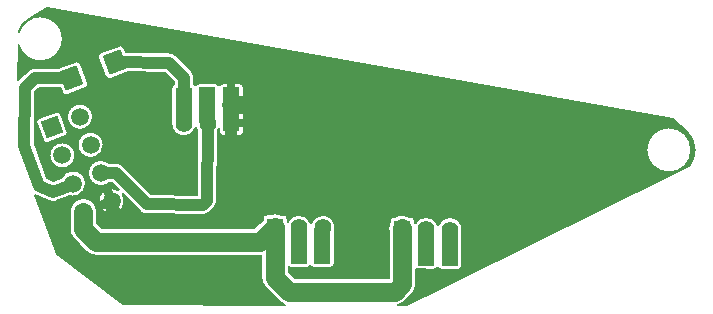
<source format=gtl>
G04 Layer: TopLayer*
G04 EasyEDA Pro v1.9.30.011b94, 2023-06-19 19:01:04*
G04 Gerber Generator version 0.3*
G04 Scale: 100 percent, Rotated: No, Reflected: No*
G04 Dimensions in millimeters*
G04 Leading zeros omitted, absolute positions, 3 integers and 3 decimals*
%FSLAX33Y33*%
%MOMM*%
%AMRect*21,1,$1,$2,0,0,$3*%
%ADD999C,0.2032*%
%ADD10C,0.70508*%
%ADD11C,0.75508*%
%ADD12C,1.50508*%
%ADD13Rect,2.999999X1.4X269.47*%
%ADD14Rect,2.999999X1.4X270.47*%
%ADD15Rect,1.6016X1.699997X20.47*%
%ADD16Rect,1.599997X1.699997X20.47*%
%ADD17Rect,1.5X1.5X-69.53*%
%ADD18C,1.5*%
%ADD19Rect,1.4X1.4X-179.53*%
%ADD20C,1.4*%
%ADD21Rect,1.4X1.4X-0.53*%
%ADD22C,0.600001*%
%ADD23C,1.599999*%
%ADD24C,1.000001*%
G75*


G04 Copper Start*
G36*
G01X107167Y70548D02*
G01X106408Y70551D01*
G03X106973Y70862I-254J1130D01*
G01X107627Y71515D01*
G03X107966Y72334I-819J819D01*
G01Y73607D01*
G03X108094Y73582I131J333D01*
G01X109494Y73569D01*
G01X109497D01*
G03X109794Y73727I0J358D01*
G03X110095Y73557I305J188D01*
G01X111495Y73544D01*
G01X111498D01*
G03X111856Y73899I0J358D01*
G01X111884Y76899D01*
G01Y76902D01*
G01X111883Y76921D01*
G03X111884Y76955I-1057J43D01*
G01Y76965D01*
G03X110826Y78023I-1058J0D01*
G03X109829Y77320I0J-1058D01*
G03X108826Y78041I-1003J-337D01*
G03X107884Y77465I0J-1058D01*
G03X107857Y77527I-1076J-427D01*
G01X107859Y77692D01*
G01Y77695D01*
G03X107504Y78053I-358J0D01*
G01X107392Y78054D01*
G03X106764Y78239I-628J-973D01*
G03X106155Y78066I0J-1158D01*
G01X106104D01*
G01X106101D01*
G03X105742Y77711I0J-358D01*
G01Y77625D01*
G03X105606Y77081I1022J-544D01*
G03X105650Y76766I1158J0D01*
G01Y72839D01*
G01X97706D01*
G01X97175Y73370D01*
G01Y73765D01*
G03X97317Y73734I145J327D01*
G01X98717Y73721D01*
G01X98720D01*
G03X99017Y73879I0J358D01*
G03X99306Y73728I292J207D01*
G01X100706Y73715D01*
G01X100709D01*
G03X101068Y74070I0J358D01*
G01X101094Y76982D01*
G03X101107Y77134I-1046J162D01*
G01Y77144D01*
G03X100049Y78202I-1058J0D01*
G03X99052Y77499I0J-1058D01*
G03X98049Y78220I-1003J-337D01*
G03X97091Y77613I0J-1058D01*
G03X97079Y77642I-1075J-432D01*
G01X97081Y77871D01*
G01Y77874D01*
G03X96727Y78232I-358J0D01*
G01X96497Y78235D01*
G03X96017Y78339I-480J-1054D01*
G03X95556Y78243I0J-1158D01*
G01X95327Y78245D01*
G01X95323D01*
G03X94965Y77890I0J-358D01*
G01X94964Y77766D01*
G01X94261Y77063D01*
G01X81357D01*
G01X80948Y77479D01*
G01X80956Y78473D01*
G01Y78482D01*
G03X79798Y79640I-1158J0D01*
G03X78640Y78491I0J-1158D01*
G01X78628Y77017D01*
G01Y77008D01*
G03X78961Y76196I1158J0D01*
G01X80047Y75093D01*
G03X80872Y74747I825J812D01*
G01X94741D01*
G03X94859Y74753I0J1158D01*
G01Y72890D01*
G03X95198Y72071I1158J0D01*
G01X96408Y70862D01*
G03X96845Y70587I819J819D01*
G01X83121Y70640D01*
G01X77568Y74877D01*
G01X75689Y79908D01*
G01X76846Y79374D01*
G03X77206Y79295I359J779D01*
G03X77503Y79348I0J858D01*
G01X78670Y79779D01*
G03X78909Y79753I240J1082D01*
G03X79297Y79823I0J1108D01*
G03X80018Y80861I-388J1038D01*
G03X78909Y81969I-1108J0D01*
G03X77903Y81325I0J-1108D01*
G01X77242Y81082D01*
G01X76722Y81322D01*
G01X75661Y84198D01*
G01X75695Y88580D01*
G01X76044Y88924D01*
G01X77863Y88910D01*
G01X77993Y88559D01*
G03X78329Y88326I336J125D01*
G03X78454Y88349I0J358D01*
G01X79953Y88908D01*
G03X80186Y89244I-125J336D01*
G03X80163Y89369I-358J0D01*
G01X79569Y90962D01*
G03X79233Y91195I-336J-125D01*
G03X79108Y91172I0J-358D01*
G01X77650Y90628D01*
G01X75702Y90643D01*
G01X75696D01*
G03X75094Y90396I0J-858D01*
G01X74274Y89589D01*
G01X74314Y92592D01*
G03X76152Y91198I1838J513D01*
G03X78060Y93106I0J1908D01*
G03X76152Y95014I-1908J0D01*
G03X74329Y93669I0J-1908D01*
G01X74330Y93778D01*
G02X75184Y94789I1822J-672D01*
G01X76740Y95685D01*
G01X129722Y86321D01*
G01X130817Y85342D01*
G01X130824Y85336D01*
G02X131555Y83702I-1461J-1634D01*
G02X131080Y82340I-2192J0D01*
G01X107167Y70548D01*
G37*
%LPC*%
G36*
G01X89890Y78204D02*
G03X90492Y78451I0J858D01*
G01X90853Y78806D01*
G03X91110Y79411I-602J612D01*
G01X91156Y85302D01*
G03X91280Y85522I-853J626D01*
G01X91282Y85236D01*
G03X91640Y84881I358J3D01*
G01X91643D01*
G01X93043Y84892D01*
G03X93398Y85250I-3J358D01*
G01Y85253D01*
G01X93392Y85983D01*
G01X93393Y85996D01*
G01X93392Y85999D01*
G01X93368Y88998D01*
G03X93010Y89354I-358J-3D01*
G01X93007D01*
G01X91607Y89342D01*
G03X91294Y89153I3J-358D01*
G03X90978Y89342I-316J-169D01*
G01X90975D01*
G01X89575Y89330D01*
G03X89268Y89151I3J-358D01*
G03X89161Y89250I-292J-207D01*
G01Y89826D01*
G03X88909Y90433I-858J0D01*
G01X87640Y91703D01*
G03X87040Y91954I-607J-607D01*
G01X83372Y91983D01*
G01X83241Y92333D01*
G03X82906Y92566I-336J-125D01*
G03X82780Y92543I0J-358D01*
G01X81281Y91984D01*
G03X81049Y91648I125J-336D01*
G03X81071Y91523I358J0D01*
G01X81666Y89930D01*
G03X82001Y89697I336J125D01*
G03X82127Y89720I0J358D01*
G01X83586Y90265D01*
G01X86675Y90240D01*
G01X87444Y89471D01*
G01Y89265D01*
G03X87217Y88932I131J-333D01*
G01Y88929D01*
G01X87242Y85929D01*
G03X87245Y85891I358J3D01*
G03X88303Y84853I1058J20D01*
G03X89305Y85574I0J1058D01*
G03X89440Y85315I997J354D01*
G01X89397Y79924D01*
G01X85530Y79955D01*
G01X83166Y82357D01*
G03X82561Y82613I-612J-602D01*
G01X81978Y82617D01*
G03X81289Y82857I-689J-868D01*
G03X80181Y81749I0J-1108D01*
G03X81289Y80641I1108J0D01*
G03X81677Y80711I0J1108D01*
G03X82002Y80901I-388J1038D01*
G01X82192Y80899D01*
G01X82787Y80295D01*
G03X82177Y80478I-609J-925D01*
G03X81069Y79370I0J-1108D01*
G03X82177Y78261I1108J0D01*
G03X82565Y78331I0J1108D01*
G03X83286Y79370I-388J1038D01*
G03X83112Y79964I-1108J0D01*
G01X84557Y78497D01*
G03X85161Y78241I612J602D01*
G01X89883Y78204D01*
G01X89890D01*
G37*
G36*
G01X127455Y83702D02*
G03X129363Y81794I1908J0D01*
G03X131271Y83702I0J1908D01*
G03X129363Y85610I-1908J0D01*
G03X127455Y83702I0J-1908D01*
G37*
G36*
G01X76357Y84530D02*
G03X76692Y84297I336J125D01*
G03X76818Y84319I0J358D01*
G01X78223Y84844D01*
G03X78456Y85180I-125J336D01*
G03X78433Y85305I-358J0D01*
G01X77908Y86710D01*
G03X77573Y86943I-336J-125D01*
G03X77448Y86920I0J-358D01*
G01X76042Y86396D01*
G03X75809Y86060I125J-336D01*
G03X75832Y85935I358J0D01*
G01X76357Y84530D01*
G37*
G36*
G01X76913Y83240D02*
G03X78021Y82132I1108J0D01*
G03X78409Y82202I0J1108D01*
G03X79129Y83240I-388J1038D01*
G03X78021Y84348I-1108J0D01*
G03X76913Y83240I0J-1108D01*
G37*
G36*
G01X78404Y86508D02*
G03X79512Y85400I1108J0D01*
G03X79900Y85470I0J1108D01*
G03X80620Y86508I-388J1038D01*
G03X79512Y87616I-1108J0D01*
G03X78404Y86508I0J-1108D01*
G37*
G36*
G01X80401Y83021D02*
G03X80788Y83091I0J1108D01*
G03X81509Y84129I-388J1038D01*
G03X80401Y85237I-1108J0D01*
G03X79292Y84129I0J-1108D01*
G03X80401Y83021I1108J0D01*
G37*
%LPD*%
G54D999*
G01X107167Y70548D02*
G01X106408Y70551D01*
G03X106973Y70862I-254J1130D01*
G01X107627Y71515D01*
G03X107966Y72334I-819J819D01*
G01Y73607D01*
G03X108094Y73582I131J333D01*
G01X109494Y73569D01*
G01X109497D01*
G03X109794Y73727I0J358D01*
G03X110095Y73557I305J188D01*
G01X111495Y73544D01*
G01X111498D01*
G03X111856Y73899I0J358D01*
G01X111884Y76899D01*
G01Y76902D01*
G01X111883Y76921D01*
G03X111884Y76955I-1057J43D01*
G01Y76965D01*
G03X110826Y78023I-1058J0D01*
G03X109829Y77320I0J-1058D01*
G03X108826Y78041I-1003J-337D01*
G03X107884Y77465I0J-1058D01*
G03X107857Y77527I-1076J-427D01*
G01X107859Y77692D01*
G01Y77695D01*
G03X107504Y78053I-358J0D01*
G01X107392Y78054D01*
G03X106764Y78239I-628J-973D01*
G03X106155Y78066I0J-1158D01*
G01X106104D01*
G01X106101D01*
G03X105742Y77711I0J-358D01*
G01Y77625D01*
G03X105606Y77081I1022J-544D01*
G03X105650Y76766I1158J0D01*
G01Y72839D01*
G01X97706D01*
G01X97175Y73370D01*
G01Y73765D01*
G03X97317Y73734I145J327D01*
G01X98717Y73721D01*
G01X98720D01*
G03X99017Y73879I0J358D01*
G03X99306Y73728I292J207D01*
G01X100706Y73715D01*
G01X100709D01*
G03X101068Y74070I0J358D01*
G01X101094Y76982D01*
G03X101107Y77134I-1046J162D01*
G01Y77144D01*
G03X100049Y78202I-1058J0D01*
G03X99052Y77499I0J-1058D01*
G03X98049Y78220I-1003J-337D01*
G03X97091Y77613I0J-1058D01*
G03X97079Y77642I-1075J-432D01*
G01X97081Y77871D01*
G01Y77874D01*
G03X96727Y78232I-358J0D01*
G01X96497Y78235D01*
G03X96017Y78339I-480J-1054D01*
G03X95556Y78243I0J-1158D01*
G01X95327Y78245D01*
G01X95323D01*
G03X94965Y77890I0J-358D01*
G01X94964Y77766D01*
G01X94261Y77063D01*
G01X81357D01*
G01X80948Y77479D01*
G01X80956Y78473D01*
G01Y78482D01*
G03X79798Y79640I-1158J0D01*
G03X78640Y78491I0J-1158D01*
G01X78628Y77017D01*
G01Y77008D01*
G03X78961Y76196I1158J0D01*
G01X80047Y75093D01*
G03X80872Y74747I825J812D01*
G01X94741D01*
G03X94859Y74753I0J1158D01*
G01Y72890D01*
G03X95198Y72071I1158J0D01*
G01X96408Y70862D01*
G03X96845Y70587I819J819D01*
G01X83121Y70640D01*
G01X77568Y74877D01*
G01X75689Y79908D01*
G01X76846Y79374D01*
G03X77206Y79295I359J779D01*
G03X77503Y79348I0J858D01*
G01X78670Y79779D01*
G03X78909Y79753I240J1082D01*
G03X79297Y79823I0J1108D01*
G03X80018Y80861I-388J1038D01*
G03X78909Y81969I-1108J0D01*
G03X77903Y81325I0J-1108D01*
G01X77242Y81082D01*
G01X76722Y81322D01*
G01X75661Y84198D01*
G01X75695Y88580D01*
G01X76044Y88924D01*
G01X77863Y88910D01*
G01X77993Y88559D01*
G03X78329Y88326I336J125D01*
G03X78454Y88349I0J358D01*
G01X79953Y88908D01*
G03X80186Y89244I-125J336D01*
G03X80163Y89369I-358J0D01*
G01X79569Y90962D01*
G03X79233Y91195I-336J-125D01*
G03X79108Y91172I0J-358D01*
G01X77650Y90628D01*
G01X75702Y90643D01*
G01X75696D01*
G03X75094Y90396I0J-858D01*
G01X74274Y89589D01*
G01X74314Y92592D01*
G03X76152Y91198I1838J513D01*
G03X78060Y93106I0J1908D01*
G03X76152Y95014I-1908J0D01*
G03X74329Y93669I0J-1908D01*
G01X74330Y93778D01*
G02X75184Y94789I1822J-672D01*
G01X76740Y95685D01*
G01X129722Y86321D01*
G01X130817Y85342D01*
G01X130824Y85336D01*
G02X131555Y83702I-1461J-1634D01*
G02X131080Y82340I-2192J0D01*
G01X107167Y70548D01*
G01X89890Y78204D02*
G03X90492Y78451I0J858D01*
G01X90853Y78806D01*
G03X91110Y79411I-602J612D01*
G01X91156Y85302D01*
G03X91280Y85522I-853J626D01*
G01X91282Y85236D01*
G03X91640Y84881I358J3D01*
G01X91643D01*
G01X93043Y84892D01*
G03X93398Y85250I-3J358D01*
G01Y85253D01*
G01X93392Y85983D01*
G01X93393Y85996D01*
G01X93392Y85999D01*
G01X93368Y88998D01*
G03X93010Y89354I-358J-3D01*
G01X93007D01*
G01X91607Y89342D01*
G03X91294Y89153I3J-358D01*
G03X90978Y89342I-316J-169D01*
G01X90975D01*
G01X89575Y89330D01*
G03X89268Y89151I3J-358D01*
G03X89161Y89250I-292J-207D01*
G01Y89826D01*
G03X88909Y90433I-858J0D01*
G01X87640Y91703D01*
G03X87040Y91954I-607J-607D01*
G01X83372Y91983D01*
G01X83241Y92333D01*
G03X82906Y92566I-336J-125D01*
G03X82780Y92543I0J-358D01*
G01X81281Y91984D01*
G03X81049Y91648I125J-336D01*
G03X81071Y91523I358J0D01*
G01X81666Y89930D01*
G03X82001Y89697I336J125D01*
G03X82127Y89720I0J358D01*
G01X83586Y90265D01*
G01X86675Y90240D01*
G01X87444Y89471D01*
G01Y89265D01*
G03X87217Y88932I131J-333D01*
G01Y88929D01*
G01X87242Y85929D01*
G03X87245Y85891I358J3D01*
G03X88303Y84853I1058J20D01*
G03X89305Y85574I0J1058D01*
G03X89440Y85315I997J354D01*
G01X89397Y79924D01*
G01X85530Y79955D01*
G01X83166Y82357D01*
G03X82561Y82613I-612J-602D01*
G01X81978Y82617D01*
G03X81289Y82857I-689J-868D01*
G03X80181Y81749I0J-1108D01*
G03X81289Y80641I1108J0D01*
G03X81677Y80711I0J1108D01*
G03X82002Y80901I-388J1038D01*
G01X82192Y80899D01*
G01X82787Y80295D01*
G03X82177Y80478I-609J-925D01*
G03X81069Y79370I0J-1108D01*
G03X82177Y78261I1108J0D01*
G03X82565Y78331I0J1108D01*
G03X83286Y79370I-388J1038D01*
G03X83112Y79964I-1108J0D01*
G01X84557Y78497D01*
G03X85161Y78241I612J602D01*
G01X89883Y78204D01*
G01X89890D01*
G01X127455Y83702D02*
G03X129363Y81794I1908J0D01*
G03X131271Y83702I0J1908D01*
G03X129363Y85610I-1908J0D01*
G03X127455Y83702I0J-1908D01*
G01X76357Y84530D02*
G03X76692Y84297I336J125D01*
G03X76818Y84319I0J358D01*
G01X78223Y84844D01*
G03X78456Y85180I-125J336D01*
G03X78433Y85305I-358J0D01*
G01X77908Y86710D01*
G03X77573Y86943I-336J-125D01*
G03X77448Y86920I0J-358D01*
G01X76042Y86396D01*
G03X75809Y86060I125J-336D01*
G03X75832Y85935I358J0D01*
G01X76357Y84530D01*
G01X76913Y83240D02*
G03X78021Y82132I1108J0D01*
G03X78409Y82202I0J1108D01*
G03X79129Y83240I-388J1038D01*
G03X78021Y84348I-1108J0D01*
G03X76913Y83240I0J-1108D01*
G01X78404Y86508D02*
G03X79512Y85400I1108J0D01*
G03X79900Y85470I0J1108D01*
G03X80620Y86508I-388J1038D01*
G03X79512Y87616I-1108J0D01*
G03X78404Y86508I0J-1108D01*
G01X80401Y83021D02*
G03X80788Y83091I0J1108D01*
G03X81509Y84129I-388J1038D01*
G03X80401Y85237I-1108J0D01*
G03X79292Y84129I0J-1108D01*
G03X80401Y83021I1108J0D01*
G54D10*
G01X92334Y85945D02*
G01X93293Y85953D01*
G01X92334Y85945D02*
G01X92342Y84986D01*
G54D11*
G01X82177Y79370D02*
G01X81824Y80315D01*
G01X82177Y79370D02*
G01X82530Y78424D01*
G01X82177Y79370D02*
G01X81232Y79017D01*
G54D10*
G01X92322Y87490D02*
G01X92307Y89249D01*
G54D12*
G01X92322Y87490D02*
G01X93281Y87498D01*
G04 Copper End*

G04 Pad Start*
G54D13*
G01X96005Y75639D03*
G01X98034Y75586D03*
G01X100023Y75579D03*
G54D14*
G01X88288Y87438D03*
G01X90290Y87478D03*
G01X92322Y87490D03*
G54D13*
G01X106782Y75469D03*
G01X108811Y75434D03*
G01X110812Y75409D03*
G54D16*
G01X78781Y89760D03*
G01X82454Y91132D03*
G54D17*
G01X77133Y85620D03*
G54D18*
G01X79512Y86508D03*
G01X78021Y83240D03*
G01X80401Y84129D03*
G01X78909Y80861D03*
G01X81289Y81749D03*
G01X79798Y78481D03*
G01X82177Y79370D03*
G54D19*
G01X92334Y85945D03*
G54D20*
G01X90303Y85928D03*
G01X88303Y85911D03*
G54D21*
G01X106794Y77002D03*
G54D20*
G01X108826Y76983D03*
G01X110826Y76965D03*
G54D21*
G01X96017Y77181D03*
G54D20*
G01X98049Y77162D03*
G01X100049Y77144D03*
G04 Pad End*

G04 Via Start*
G54D22*
G01X106816Y85056D03*
G01X105967Y85056D03*
G01X105139Y85056D03*
G01X106813Y84183D03*
G01X105962Y84183D03*
G01X105129Y84183D03*
G01X114772Y85056D03*
G01X115672Y85056D03*
G01X116514Y85056D03*
G01X116514Y84200D03*
G01X115687Y84200D03*
G01X114772Y84200D03*
G01X81989Y94289D03*
G01X105888Y90073D03*
G01X94303Y92100D03*
G01X118737Y87747D03*
G01X129551Y85984D03*
G01X76931Y95244D03*
G01X83233Y71095D03*
G01X80468Y73229D03*
G01X94924Y71071D03*
G01X116522Y75799D03*
G01X128052Y81286D03*
G04 Via End*

G04 Track Start*
G54D23*
G01X79798Y78482D02*
G01X79786Y77008D01*
G54D24*
G01X82177Y79370D02*
G01X82191Y79356D01*
G01X82183Y78358D01*
G01X82826Y77704D01*
G01X91425Y77636D02*
G01X92334Y78546D01*
G01X82826Y77704D02*
G01X91425Y77636D01*
G01X90251Y79418D02*
G01X89890Y79062D01*
G01X85168Y79099D01*
G01X82554Y81755D02*
G01X81318Y81764D01*
G01X85168Y79099D02*
G01X82554Y81755D01*
G01X78782Y89761D02*
G01X75696Y89785D01*
G01X74840Y88943D01*
G01X74802Y84048D01*
G01X82454Y91132D02*
G01X87033Y91096D01*
G01X88303Y89826D01*
G01X74802Y84048D02*
G01X76039Y80691D01*
G01X77206Y80154D01*
G01X78837Y80755D01*
G01X78899Y80888D01*
G01X90303Y85928D02*
G01X90251Y79418D01*
G54D23*
G01X80872Y75905D02*
G01X94741Y75905D01*
G01X79786Y77008D02*
G01X80872Y75905D01*
G01X94741Y75905D02*
G01X96017Y77181D01*
G01X96017Y72890D02*
G01X97227Y71681D01*
G01X106154D01*
G01X106808Y72334D01*
G01X106808Y77037D02*
G01X106764Y77081D01*
G54D24*
G01X92334Y78546D02*
G01X92334Y85945D01*
G01X88303Y89826D02*
G01X88303Y85911D01*
G54D23*
G01X96017Y77181D02*
G01X96017Y72890D01*
G01X106808Y72334D02*
G01X106808Y77037D01*
G04 Track End*

M02*

</source>
